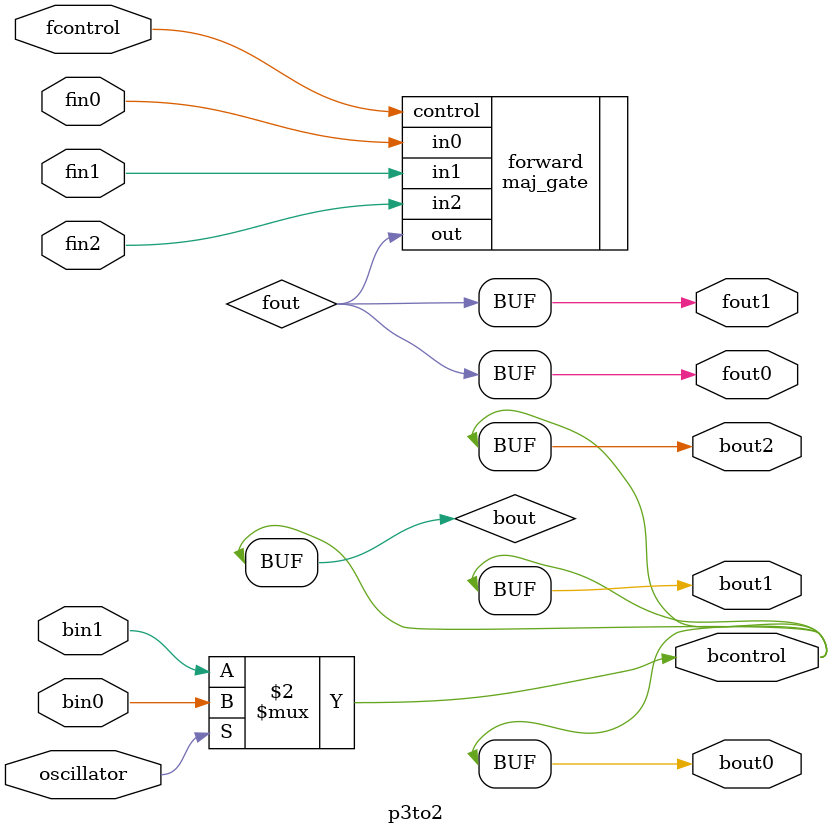
<source format=sv>
`timescale 1ns / 1ps
`default_nettype none // prevents system from inferring an undeclared logic (good practice)
 
module p3to2 (
    input wire oscillator, // ring oscillator for random third input in backwards pass
    input wire fcontrol,
    input wire fin0,
    input wire fin1,
    input wire fin2,
    input wire bin0,
    input wire bin1,
    output logic fout0,
    output logic fout1,
    output logic bcontrol,
    output logic bout0,
    output logic bout1,
    output logic bout2
  );

  // forward pass
  logic fout;
  maj_gate forward(.control(fcontrol), .in0(fin0), .in1(fin1), .in2(fin2), .out(fout));
  assign fout0 = fout;
  assign fout1 = fout;
  
  // backward pass
  logic bout;
  always_comb begin
    bout = oscillator? bin0 : bin1;
  end
  assign bout0 = bout;
  assign bout1 = bout;
  assign bout2 = bout;
  assign bcontrol = bout;

endmodule // p3to2
`default_nettype wire
</source>
